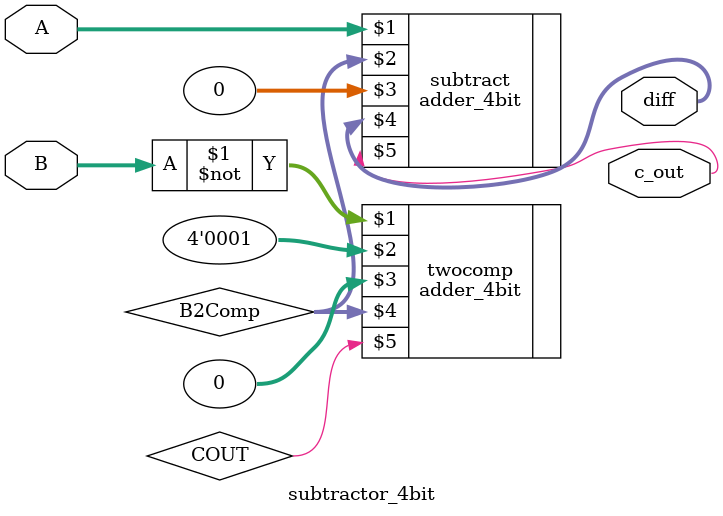
<source format=v>
module subtractor_4bit
(
 input  [3:0] A,
 input  [3:0] B,
 output [3:0] diff,
 output c_out
 );
 
wire [3:0]		B2Comp;
wire 			COUT;
 
adder_4bit twocomp
(
 ~B,
 4'b1,
 0,
 B2Comp,
 COUT
 );
 
adder_4bit subtract
(
 A,
 B2Comp,
 0,
 diff,
 c_out
 );
 
endmodule
</source>
